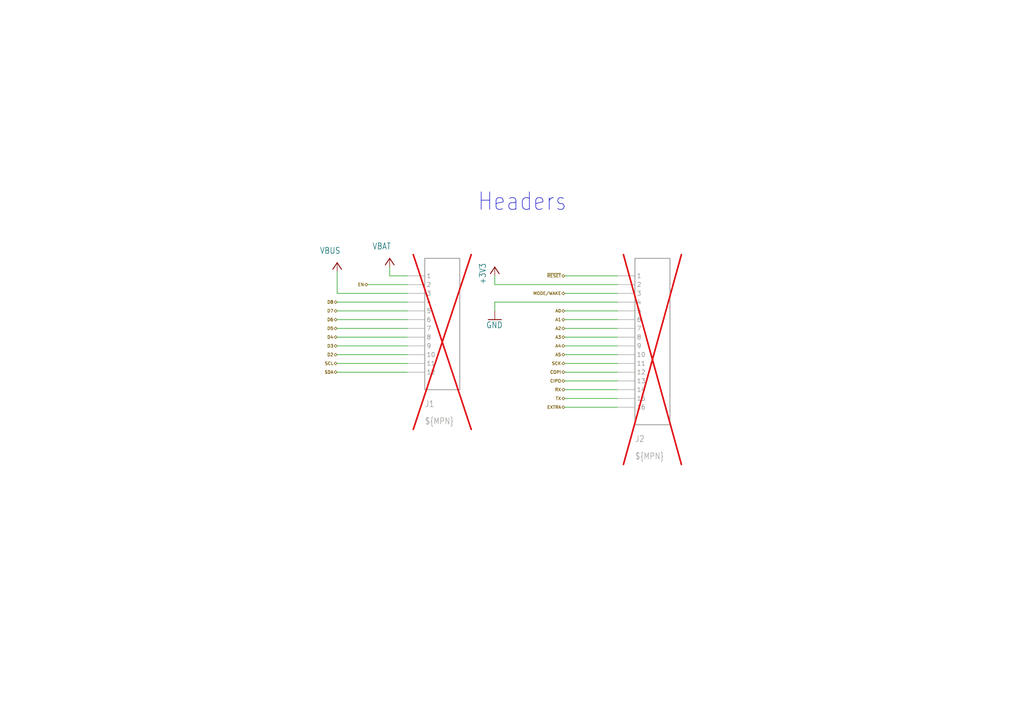
<source format=kicad_sch>
(kicad_sch (version 20231120) (generator "eeschema") (generator_version "8.0")
  (paper "A4")
  (title_block (title "nRF9151 Feather") (date "2024-12-04") (rev "1.0") (company "Circuit Dojo LLC"))
  (lib_symbols
    (symbol "nrf91-feather-eagle-import:+3V3" (power)
      (property "Value" "+3V3" (at -2.54 -5.08 90))
      (symbol "+3V3_1_0"
        (polyline (pts (xy 0 0) (xy -1.27 -1.905)) (stroke (width 0.254)))
        (polyline (pts (xy 1.27 -1.905) (xy 0 0)) (stroke (width 0.254)))
        (pin power_in line (at 0 -2.54 90) (length 2.54) (name "+3V3") (number "1"))
      )
    )
    (symbol "nrf91-feather-eagle-import:CON-HEADER-1X12-MALE-PIN"
      (property "Reference" "J" (at -2.54 -22.86 0))
      (symbol "CON-HEADER-1X12-MALE-PIN_1_0"
        (polyline (pts (xy -2.54 -17.78) (xy -2.54 20.32)) (stroke (width 0.254)))
        (polyline (pts (xy -2.54 20.32) (xy 7.62 20.32)) (stroke (width 0.254)))
        (polyline (pts (xy 7.62 -17.78) (xy -2.54 -17.78)) (stroke (width 0.254)))
        (polyline (pts (xy 7.62 20.32) (xy 7.62 -17.78)) (stroke (width 0.254)))
        (text "${MPN}" (at -2.54 -27.94 0) (effects (font (size 1.778 1.5113)) (justify left bottom)))
        (pin bidirectional line (at -7.62 15.24 0) (length 5.08) (name "1") (number "1"))
        (pin bidirectional line (at -7.62 -7.62 0) (length 5.08) (name "10") (number "10"))
        (pin bidirectional line (at -7.62 -10.16 0) (length 5.08) (name "11") (number "11"))
        (pin bidirectional line (at -7.62 -12.7 0) (length 5.08) (name "12") (number "12"))
        (pin bidirectional line (at -7.62 12.7 0) (length 5.08) (name "2") (number "2"))
        (pin bidirectional line (at -7.62 10.16 0) (length 5.08) (name "3") (number "3"))
        (pin bidirectional line (at -7.62 7.62 0) (length 5.08) (name "4") (number "4"))
        (pin bidirectional line (at -7.62 5.08 0) (length 5.08) (name "5") (number "5"))
        (pin bidirectional line (at -7.62 2.54 0) (length 5.08) (name "6") (number "6"))
        (pin bidirectional line (at -7.62 0 0) (length 5.08) (name "7") (number "7"))
        (pin bidirectional line (at -7.62 -2.54 0) (length 5.08) (name "8") (number "8"))
        (pin bidirectional line (at -7.62 -5.08 0) (length 5.08) (name "9") (number "9"))
      )
    )
    (symbol "nrf91-feather-eagle-import:CON-HEADER-1X16-MALE-PIN"
      (property "Reference" "J" (at -2.54 -33.02 0))
      (symbol "CON-HEADER-1X16-MALE-PIN_1_0"
        (polyline (pts (xy -2.54 -27.94) (xy -2.54 20.32)) (stroke (width 0.254)))
        (polyline (pts (xy -2.54 20.32) (xy 7.62 20.32)) (stroke (width 0.254)))
        (polyline (pts (xy 7.62 -27.94) (xy -2.54 -27.94)) (stroke (width 0.254)))
        (polyline (pts (xy 7.62 20.32) (xy 7.62 -27.94)) (stroke (width 0.254)))
        (text "${MPN}" (at -2.54 -38.1 0) (effects (font (size 1.778 1.5113)) (justify left bottom)))
        (pin bidirectional line (at -7.62 15.24 0) (length 5.08) (name "1") (number "1"))
        (pin bidirectional line (at -7.62 -7.62 0) (length 5.08) (name "10") (number "10"))
        (pin bidirectional line (at -7.62 -10.16 0) (length 5.08) (name "11") (number "11"))
        (pin bidirectional line (at -7.62 -12.7 0) (length 5.08) (name "12") (number "12"))
        (pin bidirectional line (at -7.62 -15.24 0) (length 5.08) (name "13") (number "13"))
        (pin bidirectional line (at -7.62 -17.78 0) (length 5.08) (name "14") (number "14"))
        (pin bidirectional line (at -7.62 -20.32 0) (length 5.08) (name "15") (number "15"))
        (pin bidirectional line (at -7.62 -22.86 0) (length 5.08) (name "16") (number "16"))
        (pin bidirectional line (at -7.62 12.7 0) (length 5.08) (name "2") (number "2"))
        (pin bidirectional line (at -7.62 10.16 0) (length 5.08) (name "3") (number "3"))
        (pin bidirectional line (at -7.62 7.62 0) (length 5.08) (name "4") (number "4"))
        (pin bidirectional line (at -7.62 5.08 0) (length 5.08) (name "5") (number "5"))
        (pin bidirectional line (at -7.62 2.54 0) (length 5.08) (name "6") (number "6"))
        (pin bidirectional line (at -7.62 0 0) (length 5.08) (name "7") (number "7"))
        (pin bidirectional line (at -7.62 -2.54 0) (length 5.08) (name "8") (number "8"))
        (pin bidirectional line (at -7.62 -5.08 0) (length 5.08) (name "9") (number "9"))
      )
    )
    (symbol "nrf91-feather-eagle-import:GND" (power)
      (property "Value" "GND" (at -2.54 -2.54 0))
      (symbol "GND_1_0"
        (polyline (pts (xy -1.905 0) (xy 1.905 0)) (stroke (width 0.254)))
        (pin power_in line (at 0 2.54 270) (length 2.54) (name "GND") (number "1"))
      )
    )
    (symbol "nrf91-feather-eagle-import:VBAT" (power)
      (property "Value" "VBAT" (at -5.08 2.54 0))
      (symbol "VBAT_1_0"
        (polyline (pts (xy 0 0) (xy -1.27 -1.905)) (stroke (width 0.254)))
        (polyline (pts (xy 1.27 -1.905) (xy 0 0)) (stroke (width 0.254)))
        (pin power_in line (at 0 -2.54 90) (length 2.54) (name "VBAT") (number "1"))
      )
    )
    (symbol "nrf91-feather-eagle-import:VBUS" (power)
      (property "Value" "VBUS" (at -5.08 2.54 0))
      (symbol "VBUS_1_0"
        (polyline (pts (xy 0 0) (xy -1.27 -1.905)) (stroke (width 0.254)))
        (polyline (pts (xy 1.27 -1.905) (xy 0 0)) (stroke (width 0.254)))
        (pin power_in line (at 0 -2.54 90) (length 2.54) (name "VBUS") (number "1"))
      )
    )
  )
  (wire (pts (xy 143.51 87.63) (xy 143.51 90.17)) (stroke (width 0.1524)))
  (wire (pts (xy 118.11 97.79) (xy 97.79 97.79)) (stroke (width 0.1524)))
  (wire (pts (xy 179.07 118.11) (xy 163.83 118.11)) (stroke (width 0.1524)))
  (wire (pts (xy 97.79 100.33) (xy 118.11 100.33)) (stroke (width 0.1524)))
  (wire (pts (xy 179.07 87.63) (xy 143.51 87.63)) (stroke (width 0.1524)))
  (wire (pts (xy 179.07 97.79) (xy 163.83 97.79)) (stroke (width 0.1524)))
  (wire (pts (xy 97.79 95.25) (xy 118.11 95.25)) (stroke (width 0.1524)))
  (wire (pts (xy 163.83 92.71) (xy 179.07 92.71)) (stroke (width 0.1524)))
  (wire (pts (xy 118.11 87.63) (xy 97.79 87.63)) (stroke (width 0.1524)))
  (wire (pts (xy 97.79 78.74) (xy 97.79 85.09)) (stroke (width 0.1524)))
  (wire (pts (xy 179.07 95.25) (xy 163.83 95.25)) (stroke (width 0.1524)))
  (wire (pts (xy 97.79 90.17) (xy 118.11 90.17)) (stroke (width 0.1524)))
  (wire (pts (xy 163.83 115.57) (xy 179.07 115.57)) (stroke (width 0.1524)))
  (wire (pts (xy 118.11 80.01) (xy 113.03 80.01)) (stroke (width 0.1524)))
  (wire (pts (xy 179.07 113.03) (xy 163.83 113.03)) (stroke (width 0.1524)))
  (wire (pts (xy 113.03 80.01) (xy 113.03 77.47)) (stroke (width 0.1524)))
  (wire (pts (xy 179.07 90.17) (xy 163.83 90.17)) (stroke (width 0.1524)))
  (wire (pts (xy 106.68 82.55) (xy 118.11 82.55)))
  (wire (pts (xy 143.51 80.01) (xy 143.51 82.55)) (stroke (width 0.1524)))
  (wire (pts (xy 97.79 85.09) (xy 118.11 85.09)) (stroke (width 0.1524)))
  (wire (pts (xy 179.07 105.41) (xy 163.83 105.41)) (stroke (width 0.1524)))
  (wire (pts (xy 118.11 102.87) (xy 97.79 102.87)) (stroke (width 0.1524)))
  (wire (pts (xy 179.07 80.01) (xy 163.83 80.01)) (stroke (width 0.1524)))
  (wire (pts (xy 179.07 100.33) (xy 163.83 100.33)) (stroke (width 0.1524)))
  (wire (pts (xy 179.07 85.09) (xy 163.83 85.09)) (stroke (width 0.1524)))
  (wire (pts (xy 179.07 102.87) (xy 163.83 102.87)) (stroke (width 0.1524)))
  (wire (pts (xy 118.11 105.41) (xy 97.79 105.41)) (stroke (width 0.1524)))
  (wire (pts (xy 163.83 110.49) (xy 179.07 110.49)) (stroke (width 0.1524)))
  (wire (pts (xy 143.51 82.55) (xy 179.07 82.55)) (stroke (width 0.1524)))
  (wire (pts (xy 179.07 107.95) (xy 163.83 107.95)) (stroke (width 0.1524)))
  (wire (pts (xy 118.11 92.71) (xy 97.79 92.71)) (stroke (width 0.1524)))
  (wire (pts (xy 97.79 107.95) (xy 118.11 107.95)) (stroke (width 0.1524)))
  (text "Headers" (at 138.43 61.595 0) (effects (font (size 5.08 4.318)) (justify left bottom)))
  (hierarchical_label "SCL" (shape bidirectional) (at 97.79 105.41 180) (effects (font (size 0.889 0.889))) (property "Intersheetrefs" "${INTERSHEET_REFS}" (effects (hide yes))))
  (hierarchical_label "CIPO" (shape bidirectional) (at 163.83 110.49 180) (effects (font (size 0.889 0.889))) (property "Intersheetrefs" "${INTERSHEET_REFS}" (effects (hide yes))))
  (hierarchical_label "TX" (shape bidirectional) (at 163.83 115.57 180) (effects (font (size 0.889 0.889))) (property "Intersheetrefs" "${INTERSHEET_REFS}" (effects (hide yes))))
  (hierarchical_label "D6" (shape bidirectional) (at 97.79 92.71 180) (effects (font (size 0.889 0.889))) (property "Intersheetrefs" "${INTERSHEET_REFS}" (effects (hide yes))))
  (hierarchical_label "A2" (shape bidirectional) (at 163.83 95.25 180) (effects (font (size 0.889 0.889))) (property "Intersheetrefs" "${INTERSHEET_REFS}" (effects (hide yes))))
  (hierarchical_label "COPI" (shape bidirectional) (at 163.83 107.95 180) (effects (font (size 0.889 0.889))) (property "Intersheetrefs" "${INTERSHEET_REFS}" (effects (hide yes))))
  (hierarchical_label "D2" (shape bidirectional) (at 97.79 102.87 180) (effects (font (size 0.889 0.889))) (property "Intersheetrefs" "${INTERSHEET_REFS}" (effects (hide yes))))
  (hierarchical_label "A1" (shape bidirectional) (at 163.83 92.71 180) (effects (font (size 0.889 0.889))) (property "Intersheetrefs" "${INTERSHEET_REFS}" (effects (hide yes))))
  (hierarchical_label "A0" (shape bidirectional) (at 163.83 90.17 180) (effects (font (size 0.889 0.889))) (property "Intersheetrefs" "${INTERSHEET_REFS}" (effects (hide yes))))
  (hierarchical_label "A4" (shape bidirectional) (at 163.83 100.33 180) (effects (font (size 0.889 0.889))) (property "Intersheetrefs" "${INTERSHEET_REFS}" (effects (hide yes))))
  (hierarchical_label "MODE/WAKE" (shape bidirectional) (at 163.83 85.09 180) (effects (font (size 0.889 0.889))) (property "Intersheetrefs" "${INTERSHEET_REFS}" (effects (hide yes))))
  (hierarchical_label "SCK" (shape bidirectional) (at 163.83 105.41 180) (effects (font (size 0.889 0.889))) (property "Intersheetrefs" "${INTERSHEET_REFS}" (effects (hide yes))))
  (hierarchical_label "A3" (shape bidirectional) (at 163.83 97.79 180) (effects (font (size 0.889 0.889))) (property "Intersheetrefs" "${INTERSHEET_REFS}" (effects (hide yes))))
  (hierarchical_label "EN" (shape bidirectional) (at 106.68 82.55 180) (effects (font (size 0.889 0.889))) (property "Intersheetrefs" "${INTERSHEET_REFS}" (effects (hide yes))))
  (hierarchical_label "D8" (shape bidirectional) (at 97.79 87.63 180) (effects (font (size 0.889 0.889))) (property "Intersheetrefs" "${INTERSHEET_REFS}" (effects (hide yes))))
  (hierarchical_label "~{RESET}" (shape bidirectional) (at 163.83 80.01 180) (effects (font (size 0.889 0.889))) (property "Intersheetrefs" "${INTERSHEET_REFS}" (effects (hide yes))))
  (hierarchical_label "D4" (shape bidirectional) (at 97.79 97.79 180) (effects (font (size 0.889 0.889))) (property "Intersheetrefs" "${INTERSHEET_REFS}" (effects (hide yes))))
  (hierarchical_label "D3" (shape bidirectional) (at 97.79 100.33 180) (effects (font (size 0.889 0.889))) (property "Intersheetrefs" "${INTERSHEET_REFS}" (effects (hide yes))))
  (hierarchical_label "SDA" (shape bidirectional) (at 97.79 107.95 180) (effects (font (size 0.889 0.889))) (property "Intersheetrefs" "${INTERSHEET_REFS}" (effects (hide yes))))
  (hierarchical_label "RX" (shape bidirectional) (at 163.83 113.03 180) (effects (font (size 0.889 0.889))) (property "Intersheetrefs" "${INTERSHEET_REFS}" (effects (hide yes))))
  (hierarchical_label "D7" (shape bidirectional) (at 97.79 90.17 180) (effects (font (size 0.889 0.889))) (property "Intersheetrefs" "${INTERSHEET_REFS}" (effects (hide yes))))
  (hierarchical_label "A5" (shape bidirectional) (at 163.83 102.87 180) (effects (font (size 0.889 0.889))) (property "Intersheetrefs" "${INTERSHEET_REFS}" (effects (hide yes))))
  (hierarchical_label "EXTRA" (shape bidirectional) (at 163.83 118.11 180) (effects (font (size 0.889 0.889))) (property "Intersheetrefs" "${INTERSHEET_REFS}" (effects (hide yes))))
  (hierarchical_label "D5" (shape bidirectional) (at 97.79 95.25 180) (effects (font (size 0.889 0.889))) (property "Intersheetrefs" "${INTERSHEET_REFS}" (effects (hide yes))))
  (symbol (lib_id "nrf91-feather-eagle-import:CON-HEADER-1X12-MALE-PIN") (at 125.73 95.25 0) (unit 1) (in_bom no) (dnp yes)
    (property "Reference" "J1" (at 123.19 118.11 0) (effects (font (size 1.778 1.5113)) (justify left bottom)))
    (property "Value" "CON-HEADER-1X12-MALE-PIN" (effects (hide yes)))
    (property "Footprint" "Circuit Dojo:CON-HEADER-1X12-MALE-PIN" (effects (hide yes)))
  )
  (symbol (lib_id "nrf91-feather-eagle-import:+3V3") (at 143.51 77.47 0) (unit 1)
    (property "Reference" "#+3V01" (effects (hide yes)))
    (property "Value" "+3V3" (at 140.97 82.55 90) (effects (font (size 1.778 1.5113)) (justify left bottom)))
  )
  (symbol (lib_id "nrf91-feather-eagle-import:GND") (at 143.51 92.71 0) (unit 1)
    (property "Reference" "#GND02" (effects (hide yes)))
    (property "Value" "GND" (at 140.97 95.25 0) (effects (font (size 1.778 1.5113)) (justify left bottom)))
  )
  (symbol (lib_id "nrf91-feather-eagle-import:VBAT") (at 113.03 74.93 0) (unit 1)
    (property "Reference" "#P+06" (effects (hide yes)))
    (property "Value" "VBAT" (at 107.95 72.39 0) (effects (font (size 1.778 1.5113)) (justify left bottom)))
  )
  (symbol (lib_id "nrf91-feather-eagle-import:VBUS") (at 97.79 76.2 0) (unit 1)
    (property "Reference" "#P+03" (effects (hide yes)))
    (property "Value" "VBUS" (at 92.71 73.66 0) (effects (font (size 1.778 1.5113)) (justify left bottom)))
  )
  (symbol (lib_id "nrf91-feather-eagle-import:CON-HEADER-1X16-MALE-PIN") (at 186.69 95.25 0) (unit 1) (in_bom no) (dnp yes)
    (property "Reference" "J2" (at 184.15 128.27 0) (effects (font (size 1.778 1.5113)) (justify left bottom)))
    (property "Value" "CON-HEADER-1X16-MALE-PIN" (effects (hide yes)))
    (property "Footprint" "Circuit Dojo:CON-HEADER-1X16-MALE-PIN" (effects (hide yes)))
  )
)
</source>
